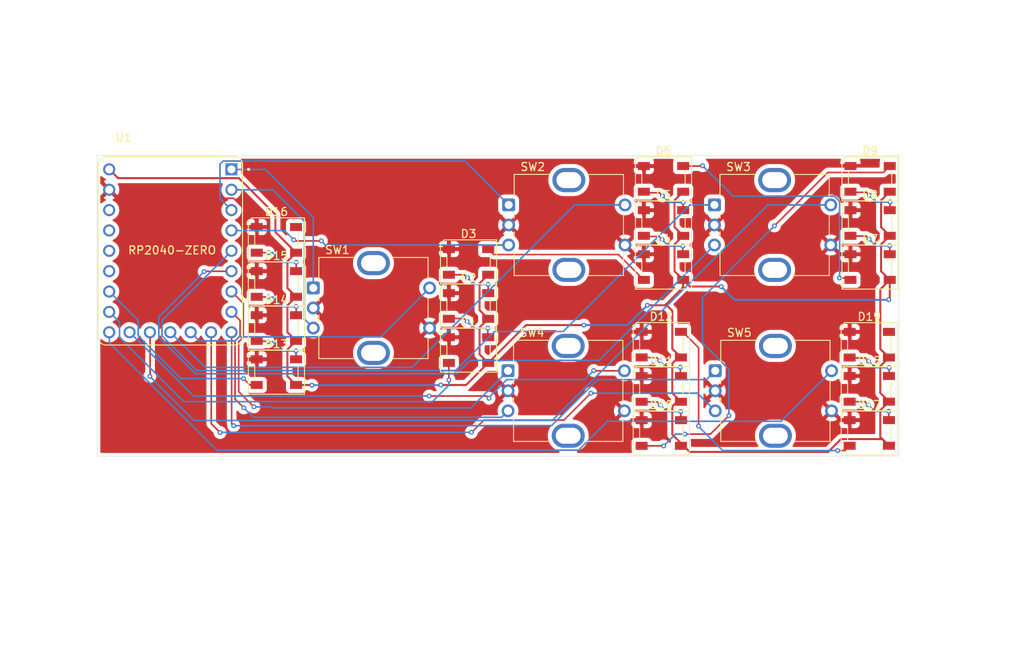
<source format=kicad_pcb>
(kicad_pcb (version 20241229) (generator "pcbnew") (generator_version "9.0")
  (layers (0 "F.Cu" signal) (2 "B.Cu" signal) (13 "F.Paste" user) (15 "B.Paste" user) (5 "F.SilkS" user "F.Silkscreen") (7 "B.SilkS" user "B.Silkscreen") (1 "F.Mask" user) (3 "B.Mask" user) (25 "Edge.Cuts" user))
  (net 0 "")
  (net 1 "Button 1")
  (net 2 "1B")
  (net 3 "GND")
  (net 4 "1A")
  (net 5 "2A")
  (net 6 "2B")
  (net 7 "Button 2")
  (net 8 "3A")
  (net 9 "3B")
  (net 10 "Button 3")
  (net 11 "Button 4")
  (net 12 "4A")
  (net 13 "4B")
  (net 18 "Net-(D1-DIN)")
  (net 19 "Net-(D1-DOUT)")
  (net 20 "+5V")
  (net 21 "Net-(D2-DOUT)")
  (net 22 "Net-(D3-DOUT)")
  (net 23 "Net-(D4-DOUT)")
  (net 24 "Net-(D5-DOUT)")
  (net 25 "Net-(D6-DOUT)")
  (net 26 "Net-(D8-DOUT)")
  (net 27 "Net-(D11-DOUT)")
  (net 28 "Net-(D7-DOUT)")
  (net 29 "Net-(D10-DIN)")
  (net 30 "Net-(D10-DOUT)")
  (net 31 "Net-(D13-DIN)")
  (net 32 "Net-(D13-DOUT)")
  (net 33 "Net-(D14-DOUT)")
  (net 34 "Net-(D15-DOUT)")
  (net 36 "Net-(D12-DOUT)")
  (net 37 "Net-(D17-DOUT)")
  (net 38 "Net-(D18-DOUT)")
  (net 40 "Button 5")
  (net 41 "5A")
  (net 42 "5B")
  (footprint "RP2040-ZERO:MODULE_RP2040-ZERO" (layer "F.Cu") (at 110.13 104.085)
    (property "Reference" "U1" (at -5.825 -14.135 0) (layer "F.SilkS"))
    (property "Value" "RP2040-ZERO" (at 0.22 -0.07 0) (layer "F.SilkS"))
    (pad "1" thru_hole rect (at 7.62 -10.16) (size 1.508 1.508) (drill 1) (layers "*.Cu" "*.Mask") (net 4 "1A"))
    (pad "2" thru_hole circle (at 7.62 -7.62) (size 1.508 1.508) (drill 1) (layers "*.Cu" "*.Mask") (net 2 "1B"))
    (pad "3" thru_hole circle (at 7.62 -5.08) (size 1.508 1.508) (drill 1) (layers "*.Cu" "*.Mask") (net 5 "2A"))
    (pad "4" thru_hole circle (at 7.62 -2.54) (size 1.508 1.508) (drill 1) (layers "*.Cu" "*.Mask") (net 6 "2B"))
    (pad "5" thru_hole circle (at 7.62 0) (size 1.508 1.508) (drill 1) (layers "*.Cu" "*.Mask") (net 8 "3A"))
    (pad "6" thru_hole circle (at 7.62 2.54) (size 1.508 1.508) (drill 1) (layers "*.Cu" "*.Mask") (net 9 "3B"))
    (pad "7" thru_hole circle (at 7.62 5.08) (size 1.508 1.508) (drill 1) (layers "*.Cu" "*.Mask") (net 12 "4A"))
    (pad "8" thru_hole circle (at 7.62 7.62) (size 1.508 1.508) (drill 1) (layers "*.Cu" "*.Mask") (net 13 "4B"))
    (pad "9" thru_hole circle (at 7.62 10.16) (size 1.508 1.508) (drill 1) (layers "*.Cu" "*.Mask") (net 41 "5A"))
    (pad "10" thru_hole circle (at 5.08 10.16) (size 1.508 1.508) (drill 1) (layers "*.Cu" "*.Mask") (net 42 "5B"))
    (pad "11" thru_hole circle (at 2.54 10.16) (size 1.508 1.508) (drill 1) (layers "*.Cu" "*.Mask") (net 1 "Button 1"))
    (pad "12" thru_hole circle (at 0 10.16) (size 1.508 1.508) (drill 1) (layers "*.Cu" "*.Mask") (net 7 "Button 2"))
    (pad "13" thru_hole circle (at -2.54 10.16) (size 1.508 1.508) (drill 1) (layers "*.Cu" "*.Mask") (net 10 "Button 3"))
    (pad "14" thru_hole circle (at -5.08 10.16) (size 1.508 1.508) (drill 1) (layers "*.Cu" "*.Mask") (net 11 "Button 4"))
    (pad "15" thru_hole circle (at -7.62 10.16) (size 1.508 1.508) (drill 1) (layers "*.Cu" "*.Mask") (net 40 "Button 5"))
    (pad "16" thru_hole circle (at -7.62 7.62) (size 1.508 1.508) (drill 1) (layers "*.Cu" "*.Mask") (net 18 "Net-(D1-DIN)"))
    (pad "17" thru_hole circle (at -7.62 5.08) (size 1.508 1.508) (drill 1) (layers "*.Cu" "*.Mask") (net 31 "Net-(D13-DIN)"))
    (pad "18" thru_hole circle (at -7.62 2.54) (size 1.508 1.508) (drill 1) (layers "*.Cu" "*.Mask"))
    (pad "19" thru_hole circle (at -7.62 0) (size 1.508 1.508) (drill 1) (layers "*.Cu" "*.Mask"))
    (pad "20" thru_hole circle (at -7.62 -2.54) (size 1.508 1.508) (drill 1) (layers "*.Cu" "*.Mask"))
    (pad "21" thru_hole circle (at -7.62 -5.08) (size 1.508 1.508) (drill 1) (layers "*.Cu" "*.Mask"))
    (pad "22" thru_hole circle (at -7.62 -7.62) (size 1.508 1.508) (drill 1) (layers "*.Cu" "*.Mask") (net 3 "GND"))
    (pad "23" thru_hole circle (at -7.62 -10.16) (size 1.508 1.508) (drill 1) (layers "*.Cu" "*.Mask") (net 20 "+5V"))
  )
  (footprint "LED_SMD:LED_SK6812_PLCC4_5.0x5.0mm_P3.2mm" (layer "F.Cu") (at 171.325 115.7875)
    (property "Reference" "D12" (at 0 -3.5 0) (layer "F.SilkS"))
    (property "Value" "SK6812")
    (pad "1" smd rect (at -2.45 -1.6 180) (size 1.5 1) (layers "F.Cu" "F.Mask" "F.Paste") (net 3 "GND"))
    (pad "2" smd rect (at -2.45 1.6 180) (size 1.5 1) (layers "F.Cu" "F.Mask" "F.Paste") (net 27 "Net-(D11-DOUT)"))
    (pad "3" smd rect (at 2.45 1.6 180) (size 1.5 1) (layers "F.Cu" "F.Mask" "F.Paste") (net 20 "+5V"))
    (pad "4" smd rect (at 2.45 -1.6 180) (size 1.5 1) (layers "F.Cu" "F.Mask" "F.Paste") (net 36 "Net-(D12-DOUT)"))
  )
  (footprint "Rotary_Encoder:RotaryEncoder_Bourns_Vertical_PEC12R-3x17F-Sxxxx" (layer "F.Cu") (at 127.95 108.71875)
    (property "Reference" "SW1" (at 3 -4.75 180) (layer "F.SilkS"))
    (property "Value" "RotaryEncoder_Switch")
    (pad "A" thru_hole roundrect (at 0 0) (size 1.6 1.6) (drill 1) (layers "*.Cu" "*.Mask") (roundrect_rratio 0.15625) (net 4 "1A"))
    (pad "B" thru_hole circle (at 0 5) (size 1.6 1.6) (drill 1) (layers "*.Cu" "*.Mask") (net 2 "1B"))
    (pad "C" thru_hole circle (at 0 2.5) (size 1.6 1.6) (drill 1) (layers "*.Cu" "*.Mask") (net 3 "GND"))
    (pad "S1" thru_hole circle (at 14.5 0) (size 1.6 1.6) (drill 1) (layers "*.Cu" "*.Mask") (net 1 "Button 1"))
    (pad "S2" thru_hole circle (at 14.5 5) (size 1.6 1.6) (drill 1) (layers "*.Cu" "*.Mask") (net 3 "GND"))
    (pad "SH" thru_hole oval (at 7.5 -3.1) (size 4.1 3) (drill oval 3.1 2) (layers "*.Cu" "*.Mask"))
    (pad "SH" thru_hole oval (at 7.5 8.1) (size 4.1 3) (drill oval 3.1 2) (layers "*.Cu" "*.Mask"))
  )
  (footprint "LED_SMD:LED_SK6812_PLCC4_5.0x5.0mm_P3.2mm" (layer "F.Cu") (at 197.25 115.8)
    (property "Reference" "D19" (at 0 -3.5 0) (layer "F.SilkS"))
    (property "Value" "SK6812")
    (pad "1" smd rect (at -2.45 -1.6 180) (size 1.5 1) (layers "F.Cu" "F.Mask" "F.Paste") (net 3 "GND"))
    (pad "2" smd rect (at -2.45 1.6 180) (size 1.5 1) (layers "F.Cu" "F.Mask" "F.Paste") (net 38 "Net-(D18-DOUT)"))
    (pad "3" smd rect (at 2.45 1.6 180) (size 1.5 1) (layers "F.Cu" "F.Mask" "F.Paste") (net 20 "+5V"))
    (pad "4" smd rect (at 2.45 -1.6 180) (size 1.5 1) (layers "F.Cu" "F.Mask" "F.Paste"))
  )
  (footprint "LED_SMD:LED_SK6812_PLCC4_5.0x5.0mm_P3.2mm" (layer "F.Cu") (at 171.325 121.3125)
    (property "Reference" "D11" (at 0 -3.5 0) (layer "F.SilkS"))
    (property "Value" "SK6812")
    (pad "1" smd rect (at -2.45 -1.6 180) (size 1.5 1) (layers "F.Cu" "F.Mask" "F.Paste") (net 3 "GND"))
    (pad "2" smd rect (at -2.45 1.6 180) (size 1.5 1) (layers "F.Cu" "F.Mask" "F.Paste") (net 30 "Net-(D10-DOUT)"))
    (pad "3" smd rect (at 2.45 1.6 180) (size 1.5 1) (layers "F.Cu" "F.Mask" "F.Paste") (net 20 "+5V"))
    (pad "4" smd rect (at 2.45 -1.6 180) (size 1.5 1) (layers "F.Cu" "F.Mask" "F.Paste") (net 27 "Net-(D11-DOUT)"))
  )
  (footprint "LED_SMD:LED_SK6812_PLCC4_5.0x5.0mm_P3.2mm" (layer "F.Cu") (at 123.35 108.21875)
    (property "Reference" "D15" (at 0 -3.5 0) (layer "F.SilkS"))
    (property "Value" "SK6812")
    (pad "1" smd rect (at -2.45 -1.6 180) (size 1.5 1) (layers "F.Cu" "F.Mask" "F.Paste") (net 3 "GND"))
    (pad "2" smd rect (at -2.45 1.6 180) (size 1.5 1) (layers "F.Cu" "F.Mask" "F.Paste") (net 33 "Net-(D14-DOUT)"))
    (pad "3" smd rect (at 2.45 1.6 180) (size 1.5 1) (layers "F.Cu" "F.Mask" "F.Paste") (net 20 "+5V"))
    (pad "4" smd rect (at 2.45 -1.6 180) (size 1.5 1) (layers "F.Cu" "F.Mask" "F.Paste") (net 34 "Net-(D15-DOUT)"))
  )
  (footprint "LED_SMD:LED_SK6812_PLCC4_5.0x5.0mm_P3.2mm" (layer "F.Cu") (at 171.6 106.1125)
    (property "Reference" "D4" (at 0 -3.5 0) (layer "F.SilkS"))
    (property "Value" "SK6812")
    (pad "1" smd rect (at -2.45 -1.6 180) (size 1.5 1) (layers "F.Cu" "F.Mask" "F.Paste") (net 3 "GND"))
    (pad "2" smd rect (at -2.45 1.6 180) (size 1.5 1) (layers "F.Cu" "F.Mask" "F.Paste") (net 22 "Net-(D3-DOUT)"))
    (pad "3" smd rect (at 2.45 1.6 180) (size 1.5 1) (layers "F.Cu" "F.Mask" "F.Paste") (net 20 "+5V"))
    (pad "4" smd rect (at 2.45 -1.6 180) (size 1.5 1) (layers "F.Cu" "F.Mask" "F.Paste") (net 23 "Net-(D4-DOUT)"))
  )
  (footprint "LED_SMD:LED_SK6812_PLCC4_5.0x5.0mm_P3.2mm" (layer "F.Cu") (at 147.3 110.9625)
    (property "Reference" "D2" (at 0 -3.5 0) (layer "F.SilkS"))
    (property "Value" "SK6812")
    (pad "1" smd rect (at -2.45 -1.6 180) (size 1.5 1) (layers "F.Cu" "F.Mask" "F.Paste") (net 3 "GND"))
    (pad "2" smd rect (at -2.45 1.6 180) (size 1.5 1) (layers "F.Cu" "F.Mask" "F.Paste") (net 19 "Net-(D1-DOUT)"))
    (pad "3" smd rect (at 2.45 1.6 180) (size 1.5 1) (layers "F.Cu" "F.Mask" "F.Paste") (net 20 "+5V"))
    (pad "4" smd rect (at 2.45 -1.6 180) (size 1.5 1) (layers "F.Cu" "F.Mask" "F.Paste") (net 21 "Net-(D2-DOUT)"))
  )
  (footprint "LED_SMD:LED_SK6812_PLCC4_5.0x5.0mm_P3.2mm" (layer "F.Cu") (at 197.35 100.6125)
    (property "Reference" "D8" (at 0 -3.5 0) (layer "F.SilkS"))
    (property "Value" "SK6812")
    (pad "1" smd rect (at -2.45 -1.6 180) (size 1.5 1) (layers "F.Cu" "F.Mask" "F.Paste") (net 3 "GND"))
    (pad "2" smd rect (at -2.45 1.6 180) (size 1.5 1) (layers "F.Cu" "F.Mask" "F.Paste") (net 28 "Net-(D7-DOUT)"))
    (pad "3" smd rect (at 2.45 1.6 180) (size 1.5 1) (layers "F.Cu" "F.Mask" "F.Paste") (net 20 "+5V"))
    (pad "4" smd rect (at 2.45 -1.6 180) (size 1.5 1) (layers "F.Cu" "F.Mask" "F.Paste") (net 26 "Net-(D8-DOUT)"))
  )
  (footprint "LED_SMD:LED_SK6812_PLCC4_5.0x5.0mm_P3.2mm" (layer "F.Cu") (at 123.35 102.71875)
    (property "Reference" "D16" (at 0 -3.5 0) (layer "F.SilkS"))
    (property "Value" "SK6812")
    (pad "1" smd rect (at -2.45 -1.6 180) (size 1.5 1) (layers "F.Cu" "F.Mask" "F.Paste") (net 3 "GND"))
    (pad "2" smd rect (at -2.45 1.6 180) (size 1.5 1) (layers "F.Cu" "F.Mask" "F.Paste") (net 34 "Net-(D15-DOUT)"))
    (pad "3" smd rect (at 2.45 1.6 180) (size 1.5 1) (layers "F.Cu" "F.Mask" "F.Paste") (net 20 "+5V"))
    (pad "4" smd rect (at 2.45 -1.6 180) (size 1.5 1) (layers "F.Cu" "F.Mask" "F.Paste"))
  )
  (footprint "Rotary_Encoder:RotaryEncoder_Bourns_Vertical_PEC12R-3x17F-Sxxxx" (layer "F.Cu") (at 178.05 119.05)
    (property "Reference" "SW5" (at 3 -4.75 180) (layer "F.SilkS"))
    (property "Value" "RotaryEncoder_Switch")
    (pad "A" thru_hole roundrect (at 0 0) (size 1.6 1.6) (drill 1) (layers "*.Cu" "*.Mask") (roundrect_rratio 0.15625) (net 41 "5A"))
    (pad "B" thru_hole circle (at 0 5) (size 1.6 1.6) (drill 1) (layers "*.Cu" "*.Mask") (net 42 "5B"))
    (pad "C" thru_hole circle (at 0 2.5) (size 1.6 1.6) (drill 1) (layers "*.Cu" "*.Mask") (net 3 "GND"))
    (pad "S1" thru_hole circle (at 14.5 0) (size 1.6 1.6) (drill 1) (layers "*.Cu" "*.Mask") (net 40 "Button 5"))
    (pad "S2" thru_hole circle (at 14.5 5) (size 1.6 1.6) (drill 1) (layers "*.Cu" "*.Mask") (net 3 "GND"))
    (pad "SH" thru_hole oval (at 7.5 -3.1) (size 4.1 3) (drill oval 3.1 2) (layers "*.Cu" "*.Mask"))
    (pad "SH" thru_hole oval (at 7.5 8.1) (size 4.1 3) (drill oval 3.1 2) (layers "*.Cu" "*.Mask"))
  )
  (footprint "LED_SMD:LED_SK6812_PLCC4_5.0x5.0mm_P3.2mm" (layer "F.Cu") (at 123.35 119.21875)
    (property "Reference" "D13" (at 0 -3.5 0) (layer "F.SilkS"))
    (property "Value" "SK6812")
    (pad "1" smd rect (at -2.45 -1.6 180) (size 1.5 1) (layers "F.Cu" "F.Mask" "F.Paste") (net 3 "GND"))
    (pad "2" smd rect (at -2.45 1.6 180) (size 1.5 1) (layers "F.Cu" "F.Mask" "F.Paste") (net 31 "Net-(D13-DIN)"))
    (pad "3" smd rect (at 2.45 1.6 180) (size 1.5 1) (layers "F.Cu" "F.Mask" "F.Paste") (net 20 "+5V"))
    (pad "4" smd rect (at 2.45 -1.6 180) (size 1.5 1) (layers "F.Cu" "F.Mask" "F.Paste") (net 32 "Net-(D13-DOUT)"))
  )
  (footprint "Rotary_Encoder:RotaryEncoder_Bourns_Vertical_PEC12R-3x17F-Sxxxx" (layer "F.Cu") (at 177.95 98.3625)
    (property "Reference" "SW3" (at 3 -4.75 180) (layer "F.SilkS"))
    (property "Value" "RotaryEncoder_Switch")
    (pad "A" thru_hole roundrect (at 0 0) (size 1.6 1.6) (drill 1) (layers "*.Cu" "*.Mask") (roundrect_rratio 0.15625) (net 8 "3A"))
    (pad "B" thru_hole circle (at 0 5) (size 1.6 1.6) (drill 1) (layers "*.Cu" "*.Mask") (net 9 "3B"))
    (pad "C" thru_hole circle (at 0 2.5) (size 1.6 1.6) (drill 1) (layers "*.Cu" "*.Mask") (net 3 "GND"))
    (pad "S1" thru_hole circle (at 14.5 0) (size 1.6 1.6) (drill 1) (layers "*.Cu" "*.Mask") (net 10 "Button 3"))
    (pad "S2" thru_hole circle (at 14.5 5) (size 1.6 1.6) (drill 1) (layers "*.Cu" "*.Mask") (net 3 "GND"))
    (pad "SH" thru_hole oval (at 7.5 -3.1) (size 4.1 3) (drill oval 3.1 2) (layers "*.Cu" "*.Mask"))
    (pad "SH" thru_hole oval (at 7.5 8.1) (size 4.1 3) (drill oval 3.1 2) (layers "*.Cu" "*.Mask"))
  )
  (footprint "Rotary_Encoder:RotaryEncoder_Bourns_Vertical_PEC12R-3x17F-Sxxxx" (layer "F.Cu") (at 152.225 119.05)
    (property "Reference" "SW4" (at 3 -4.75 180) (layer "F.SilkS"))
    (property "Value" "RotaryEncoder_Switch")
    (pad "A" thru_hole roundrect (at 0 0) (size 1.6 1.6) (drill 1) (layers "*.Cu" "*.Mask") (roundrect_rratio 0.15625) (net 12 "4A"))
    (pad "B" thru_hole circle (at 0 5) (size 1.6 1.6) (drill 1) (layers "*.Cu" "*.Mask") (net 13 "4B"))
    (pad "C" thru_hole circle (at 0 2.5) (size 1.6 1.6) (drill 1) (layers "*.Cu" "*.Mask") (net 3 "GND"))
    (pad "S1" thru_hole circle (at 14.5 0) (size 1.6 1.6) (drill 1) (layers "*.Cu" "*.Mask") (net 11 "Button 4"))
    (pad "S2" thru_hole circle (at 14.5 5) (size 1.6 1.6) (drill 1) (layers "*.Cu" "*.Mask") (net 3 "GND"))
    (pad "SH" thru_hole oval (at 7.5 -3.1) (size 4.1 3) (drill oval 3.1 2) (layers "*.Cu" "*.Mask"))
    (pad "SH" thru_hole oval (at 7.5 8.1) (size 4.1 3) (drill oval 3.1 2) (layers "*.Cu" "*.Mask"))
  )
  (footprint "LED_SMD:LED_SK6812_PLCC4_5.0x5.0mm_P3.2mm" (layer "F.Cu") (at 197.25 121.3)
    (property "Reference" "D18" (at 0 -3.5 0) (layer "F.SilkS"))
    (property "Value" "SK6812")
    (pad "1" smd rect (at -2.45 -1.6 180) (size 1.5 1) (layers "F.Cu" "F.Mask" "F.Paste") (net 3 "GND"))
    (pad "2" smd rect (at -2.45 1.6 180) (size 1.5 1) (layers "F.Cu" "F.Mask" "F.Paste") (net 37 "Net-(D17-DOUT)"))
    (pad "3" smd rect (at 2.45 1.6 180) (size 1.5 1) (layers "F.Cu" "F.Mask" "F.Paste") (net 20 "+5V"))
    (pad "4" smd rect (at 2.45 -1.6 180) (size 1.5 1) (layers "F.Cu" "F.Mask" "F.Paste") (net 38 "Net-(D18-DOUT)"))
  )
  (footprint "LED_SMD:LED_SK6812_PLCC4_5.0x5.0mm_P3.2mm" (layer "F.Cu") (at 197.35 106.1125)
    (property "Reference" "D7" (at 0 -3.5 0) (layer "F.SilkS"))
    (property "Value" "SK6812")
    (pad "1" smd rect (at -2.45 -1.6 180) (size 1.5 1) (layers "F.Cu" "F.Mask" "F.Paste") (net 3 "GND"))
    (pad "2" smd rect (at -2.45 1.6 180) (size 1.5 1) (layers "F.Cu" "F.Mask" "F.Paste") (net 25 "Net-(D6-DOUT)"))
    (pad "3" smd rect (at 2.45 1.6 180) (size 1.5 1) (layers "F.Cu" "F.Mask" "F.Paste") (net 20 "+5V"))
    (pad "4" smd rect (at 2.45 -1.6 180) (size 1.5 1) (layers "F.Cu" "F.Mask" "F.Paste") (net 28 "Net-(D7-DOUT)"))
  )
  (footprint "LED_SMD:LED_SK6812_PLCC4_5.0x5.0mm_P3.2mm" (layer "F.Cu") (at 171.6 95.1125)
    (property "Reference" "D6" (at 0 -3.5 0) (layer "F.SilkS"))
    (property "Value" "SK6812")
    (pad "1" smd rect (at -2.45 -1.6 180) (size 1.5 1) (layers "F.Cu" "F.Mask" "F.Paste") (net 3 "GND"))
    (pad "2" smd rect (at -2.45 1.6 180) (size 1.5 1) (layers "F.Cu" "F.Mask" "F.Paste") (net 24 "Net-(D5-DOUT)"))
    (pad "3" smd rect (at 2.45 1.6 180) (size 1.5 1) (layers "F.Cu" "F.Mask" "F.Paste") (net 20 "+5V"))
    (pad "4" smd rect (at 2.45 -1.6 180) (size 1.5 1) (layers "F.Cu" "F.Mask" "F.Paste") (net 25 "Net-(D6-DOUT)"))
  )
  (footprint "Rotary_Encoder:RotaryEncoder_Bourns_Vertical_PEC12R-3x17F-Sxxxx" (layer "F.Cu") (at 152.3 98.3625)
    (property "Reference" "SW2" (at 3 -4.75 180) (layer "F.SilkS"))
    (property "Value" "RotaryEncoder_Switch")
    (pad "A" thru_hole roundrect (at 0 0) (size 1.6 1.6) (drill 1) (layers "*.Cu" "*.Mask") (roundrect_rratio 0.15625) (net 5 "2A"))
    (pad "B" thru_hole circle (at 0 5) (size 1.6 1.6) (drill 1) (layers "*.Cu" "*.Mask") (net 6 "2B"))
    (pad "C" thru_hole circle (at 0 2.5) (size 1.6 1.6) (drill 1) (layers "*.Cu" "*.Mask") (net 3 "GND"))
    (pad "S1" thru_hole circle (at 14.5 0) (size 1.6 1.6) (drill 1) (layers "*.Cu" "*.Mask") (net 7 "Button 2"))
    (pad "S2" thru_hole circle (at 14.5 5) (size 1.6 1.6) (drill 1) (layers "*.Cu" "*.Mask") (net 3 "GND"))
    (pad "SH" thru_hole oval (at 7.5 -3.1) (size 4.1 3) (drill oval 3.1 2) (layers "*.Cu" "*.Mask"))
    (pad "SH" thru_hole oval (at 7.5 8.1) (size 4.1 3) (drill oval 3.1 2) (layers "*.Cu" "*.Mask"))
  )
  (footprint "LED_SMD:LED_SK6812_PLCC4_5.0x5.0mm_P3.2mm" (layer "F.Cu") (at 123.35 113.71875)
    (property "Reference" "D14" (at 0 -3.5 0) (layer "F.SilkS"))
    (property "Value" "SK6812")
    (pad "1" smd rect (at -2.45 -1.6 180) (size 1.5 1) (layers "F.Cu" "F.Mask" "F.Paste") (net 3 "GND"))
    (pad "2" smd rect (at -2.45 1.6 180) (size 1.5 1) (layers "F.Cu" "F.Mask" "F.Paste") (net 32 "Net-(D13-DOUT)"))
    (pad "3" smd rect (at 2.45 1.6 180) (size 1.5 1) (layers "F.Cu" "F.Mask" "F.Paste") (net 20 "+5V"))
    (pad "4" smd rect (at 2.45 -1.6 180) (size 1.5 1) (layers "F.Cu" "F.Mask" "F.Paste") (net 33 "Net-(D14-DOUT)"))
  )
  (footprint "LED_SMD:LED_SK6812_PLCC4_5.0x5.0mm_P3.2mm" (layer "F.Cu") (at 171.325 126.8125)
    (property "Reference" "D10" (at 0 -3.5 0) (layer "F.SilkS"))
    (property "Value" "SK6812")
    (pad "1" smd rect (at -2.45 -1.6 180) (size 1.5 1) (layers "F.Cu" "F.Mask" "F.Paste") (net 3 "GND"))
    (pad "2" smd rect (at -2.45 1.6 180) (size 1.5 1) (layers "F.Cu" "F.Mask" "F.Paste") (net 29 "Net-(D10-DIN)"))
    (pad "3" smd rect (at 2.45 1.6 180) (size 1.5 1) (layers "F.Cu" "F.Mask" "F.Paste") (net 20 "+5V"))
    (pad "4" smd rect (at 2.45 -1.6 180) (size 1.5 1) (layers "F.Cu" "F.Mask" "F.Paste") (net 30 "Net-(D10-DOUT)"))
  )
  (footprint "LED_SMD:LED_SK6812_PLCC4_5.0x5.0mm_P3.2mm" (layer "F.Cu") (at 197.35 95.1125)
    (property "Reference" "D9" (at 0 -3.5 0) (layer "F.SilkS"))
    (property "Value" "SK6812")
    (pad "1" smd rect (at -2.45 -1.6 180) (size 1.5 1) (layers "F.Cu" "F.Mask" "F.Paste") (net 3 "GND"))
    (pad "2" smd rect (at -2.45 1.6 180) (size 1.5 1) (layers "F.Cu" "F.Mask" "F.Paste") (net 26 "Net-(D8-DOUT)"))
    (pad "3" smd rect (at 2.45 1.6 180) (size 1.5 1) (layers "F.Cu" "F.Mask" "F.Paste") (net 20 "+5V"))
    (pad "4" smd rect (at 2.45 -1.6 180) (size 1.5 1) (layers "F.Cu" "F.Mask" "F.Paste") (net 29 "Net-(D10-DIN)"))
  )
  (footprint "LED_SMD:LED_SK6812_PLCC4_5.0x5.0mm_P3.2mm" (layer "F.Cu") (at 171.6 100.6125)
    (property "Reference" "D5" (at 0 -3.5 0) (layer "F.SilkS"))
    (property "Value" "SK6812")
    (pad "1" smd rect (at -2.45 -1.6 180) (size 1.5 1) (layers "F.Cu" "F.Mask" "F.Paste") (net 3 "GND"))
    (pad "2" smd rect (at -2.45 1.6 180) (size 1.5 1) (layers "F.Cu" "F.Mask" "F.Paste") (net 23 "Net-(D4-DOUT)"))
    (pad "3" smd rect (at 2.45 1.6 180) (size 1.5 1) (layers "F.Cu" "F.Mask" "F.Paste") (net 20 "+5V"))
    (pad "4" smd rect (at 2.45 -1.6 180) (size 1.5 1) (layers "F.Cu" "F.Mask" "F.Paste") (net 24 "Net-(D5-DOUT)"))
  )
  (footprint "LED_SMD:LED_SK6812_PLCC4_5.0x5.0mm_P3.2mm" (layer "F.Cu") (at 147.3 116.46875)
    (property "Reference" "D1" (at 0 -3.5 0) (layer "F.SilkS"))
    (property "Value" "SK6812")
    (pad "1" smd rect (at -2.45 -1.6 180) (size 1.5 1) (layers "F.Cu" "F.Mask" "F.Paste") (net 3 "GND"))
    (pad "2" smd rect (at -2.45 1.6 180) (size 1.5 1) (layers "F.Cu" "F.Mask" "F.Paste") (net 18 "Net-(D1-DIN)"))
    (pad "3" smd rect (at 2.45 1.6 180) (size 1.5 1) (layers "F.Cu" "F.Mask" "F.Paste") (net 20 "+5V"))
    (pad "4" smd rect (at 2.45 -1.6 180) (size 1.5 1) (layers "F.Cu" "F.Mask" "F.Paste") (net 19 "Net-(D1-DOUT)"))
  )
  (footprint "LED_SMD:LED_SK6812_PLCC4_5.0x5.0mm_P3.2mm" (layer "F.Cu") (at 147.3 105.46875)
    (property "Reference" "D3" (at 0 -3.5 0) (layer "F.SilkS"))
    (property "Value" "SK6812")
    (pad "1" smd rect (at -2.45 -1.6 180) (size 1.5 1) (layers "F.Cu" "F.Mask" "F.Paste") (net 3 "GND"))
    (pad "2" smd rect (at -2.45 1.6 180) (size 1.5 1) (layers "F.Cu" "F.Mask" "F.Paste") (net 21 "Net-(D2-DOUT)"))
    (pad "3" smd rect (at 2.45 1.6 180) (size 1.5 1) (layers "F.Cu" "F.Mask" "F.Paste") (net 20 "+5V"))
    (pad "4" smd rect (at 2.45 -1.6 180) (size 1.5 1) (layers "F.Cu" "F.Mask" "F.Paste") (net 22 "Net-(D3-DOUT)"))
  )
  (footprint "LED_SMD:LED_SK6812_PLCC4_5.0x5.0mm_P3.2mm" (layer "F.Cu") (at 197.25 126.8)
    (property "Reference" "D17" (at 0 -3.5 0) (layer "F.SilkS"))
    (property "Value" "SK6812")
    (pad "1" smd rect (at -2.45 -1.6 180) (size 1.5 1) (layers "F.Cu" "F.Mask" "F.Paste") (net 3 "GND"))
    (pad "2" smd rect (at -2.45 1.6 180) (size 1.5 1) (layers "F.Cu" "F.Mask" "F.Paste") (net 36 "Net-(D12-DOUT)"))
    (pad "3" smd rect (at 2.45 1.6 180) (size 1.5 1) (layers "F.Cu" "F.Mask" "F.Paste") (net 20 "+5V"))
    (pad "4" smd rect (at 2.45 -1.6 180) (size 1.5 1) (layers "F.Cu" "F.Mask" "F.Paste") (net 37 "Net-(D17-DOUT)"))
  )
  (gr_rect (start 101 92.2) (end 200.95 129.7) (stroke (width 0.05)) (fill no) (layer "Edge.Cuts"))
  (segment (start 142.45 108.71875) (end 136.349 114.81975) (width 0.2) (layer "B.Cu") (net 1))
  (segment (start 118.702246 114.81975) (end 118.206996 115.315) (width 0.2) (layer "B.Cu") (net 1))
  (segment (start 113.745 115.315) (end 112.69 114.26) (width 0.2) (layer "B.Cu") (net 1))
  (segment (start 118.206996 115.315) (end 113.745 115.315) (width 0.2) (layer "B.Cu") (net 1))
  (segment (start 136.349 114.81975) (end 118.702246 114.81975) (width 0.2) (layer "B.Cu") (net 1))
  (segment (start 122.905 96.48) (end 117.77 96.48) (width 0.2) (layer "B.Cu") (net 2))
  (segment (start 126.849 112.61775) (end 126.849 100.424) (width 0.2) (layer "B.Cu") (net 2))
  (segment (start 126.849 100.424) (end 122.905 96.48) (width 0.2) (layer "B.Cu") (net 2))
  (segment (start 127.95 113.71875) (end 126.849 112.61775) (width 0.2) (layer "B.Cu") (net 2))
  (segment (start 120.9 100.41875) (end 120.9 101.11875) (width 0.2) (layer "F.Cu") (net 3))
  (segment (start 103.585 97.535) (end 118.01625 97.535) (width 0.2) (layer "F.Cu") (net 3))
  (segment (start 102.53 96.48) (end 103.585 97.535) (width 0.2) (layer "F.Cu") (net 3))
  (segment (start 118.01625 97.535) (end 120.9 100.41875) (width 0.2) (layer "F.Cu") (net 3))
  (segment (start 127.95 99.9) (end 121.99 93.94) (width 0.2) (layer "B.Cu") (net 4))
  (segment (start 127.95 108.71875) (end 127.95 99.9) (width 0.2) (layer "B.Cu") (net 4))
  (segment (start 121.99 93.94) (end 117.77 93.94) (width 0.2) (layer "B.Cu") (net 4))
  (segment (start 116.325 97.575) (end 117.77 99.02) (width 0.2) (layer "B.Cu") (net 5))
  (segment (start 116.715 92.885) (end 116.325 93.275) (width 0.2) (layer "B.Cu") (net 5))
  (segment (start 146.8225 92.885) (end 116.715 92.885) (width 0.2) (layer "B.Cu") (net 5))
  (segment (start 152.3 98.3625) (end 146.8225 92.885) (width 0.2) (layer "B.Cu") (net 5))
  (segment (start 116.325 93.275) (end 116.325 97.575) (width 0.2) (layer "B.Cu") (net 5))
  (segment (start 125.65 102.85) (end 125.525 102.725) (width 0.2) (layer "F.Cu") (net 6))
  (segment (start 128.95 102.85) (end 125.65 102.85) (width 0.2) (layer "F.Cu") (net 6))
  (via (at 125.525 102.725) (size 0.6) (drill 0.3) (layers "F.Cu" "B.Cu") (net 6))
  (via (at 128.95 102.85) (size 0.6) (drill 0.3) (layers "F.Cu" "B.Cu") (net 6))
  (segment (start 152.3 103.3625) (end 129.4625 103.3625) (width 0.2) (layer "B.Cu") (net 6))
  (segment (start 124.36 101.56) (end 117.77 101.56) (width 0.2) (layer "B.Cu") (net 6))
  (segment (start 129.4625 103.3625) (end 128.95 102.85) (width 0.2) (layer "B.Cu") (net 6))
  (segment (start 125.525 102.725) (end 124.36 101.56) (width 0.2) (layer "B.Cu") (net 6))
  (segment (start 166.8 98.3625) (end 160.518693 98.3625) (width 0.2) (layer "B.Cu") (net 7))
  (segment (start 160.518693 98.3625) (end 140.261443 118.61975) (width 0.2) (layer "B.Cu") (net 7))
  (segment (start 140.261443 118.61975) (end 114.50975 118.61975) (width 0.2) (layer "B.Cu") (net 7))
  (segment (start 114.50975 118.61975) (end 110.15 114.26) (width 0.2) (layer "B.Cu") (net 7))
  (segment (start 145.670943 119.02075) (end 113.418754 119.02075) (width 0.2) (layer "B.Cu") (net 8))
  (segment (start 177.95 98.3625) (end 174.887557 98.3625) (width 0.2) (layer "B.Cu") (net 8))
  (segment (start 113.418754 119.02075) (end 109.095 114.696996) (width 0.2) (layer "B.Cu") (net 8))
  (segment (start 150.542693 114.149) (end 145.670943 119.02075) (width 0.2) (layer "B.Cu") (net 8))
  (segment (start 109.095 112.775) (end 117.77 104.1) (width 0.2) (layer "B.Cu") (net 8))
  (segment (start 159.101057 114.149) (end 150.542693 114.149) (width 0.2) (layer "B.Cu") (net 8))
  (segment (start 109.095 114.696996) (end 109.095 112.775) (width 0.2) (layer "B.Cu") (net 8))
  (segment (start 174.887557 98.3625) (end 159.101057 114.149) (width 0.2) (layer "B.Cu") (net 8))
  (segment (start 114.38147 106.64) (end 117.77 106.64) (width 0.2) (layer "F.Cu") (net 9))
  (segment (start 114.348235 106.673235) (end 114.38147 106.64) (width 0.2) (layer "F.Cu") (net 9))
  (via (at 114.348235 106.673235) (size 0.6) (drill 0.3) (layers "F.Cu" "B.Cu") (net 9))
  (segment (start 147.507793 117.751) (end 145.837043 119.42175) (width 0.2) (layer "B.Cu") (net 9))
  (segment (start 108.694 112.32747) (end 114.348235 106.673235) (width 0.2) (layer "B.Cu") (net 9))
  (segment (start 163.5615 117.751) (end 147.507793 117.751) (width 0.2) (layer "B.Cu") (net 9))
  (segment (start 145.837043 119.42175) (end 113.252654 119.42175) (width 0.2) (layer "B.Cu") (net 9))
  (segment (start 177.95 103.3625) (end 163.5615 117.751) (width 0.2) (layer "B.Cu") (net 9))
  (segment (start 108.694 114.863096) (end 108.694 112.32747) (width 0.2) (layer "B.Cu") (net 9))
  (segment (start 113.252654 119.42175) (end 108.694 114.863096) (width 0.2) (layer "B.Cu") (net 9))
  (segment (start 107.61 119.715) (end 107.61 114.26) (width 0.2) (layer "F.Cu") (net 10))
  (segment (start 107.575 119.75) (end 107.61 119.715) (width 0.2) (layer "F.Cu") (net 10))
  (via (at 107.575 119.75) (size 0.6) (drill 0.3) (layers "F.Cu" "B.Cu") (net 10))
  (segment (start 113.075999 125.250999) (end 107.575 119.75) (width 0.2) (layer "B.Cu") (net 10))
  (segment (start 192.45 98.3625) (end 184.6125 98.3625) (width 0.2) (layer "B.Cu") (net 10))
  (segment (start 157.724001 125.250999) (end 113.075999 125.250999) (width 0.2) (layer "B.Cu") (net 10))
  (segment (start 184.6125 98.3625) (end 157.724001 125.250999) (width 0.2) (layer "B.Cu") (net 10))
  (segment (start 149.575 122.2) (end 149.85 122.475) (width 0.2) (layer "F.Cu") (net 11))
  (segment (start 142.4 122.2) (end 149.575 122.2) (width 0.2) (layer "F.Cu") (net 11))
  (segment (start 162.925 119.05) (end 166.725 119.05) (width 0.2) (layer "F.Cu") (net 11))
  (segment (start 162.9 119.025) (end 162.925 119.05) (width 0.2) (layer "F.Cu") (net 11))
  (via (at 142.4 122.2) (size 0.6) (drill 0.3) (layers "F.Cu" "B.Cu") (net 11))
  (via (at 162.9 119.025) (size 0.6) (drill 0.3) (layers "F.Cu" "B.Cu") (net 11))
  (via (at 149.85 122.475) (size 0.6) (drill 0.3) (layers "F.Cu" "B.Cu") (net 11))
  (segment (start 149.85 122.475) (end 149.85 122.36795) (width 0.2) (layer "B.Cu") (net 11))
  (segment (start 113.01 122.2) (end 142.4 122.2) (width 0.2) (layer "B.Cu") (net 11))
  (segment (start 105.07 114.26) (end 113.01 122.2) (width 0.2) (layer "B.Cu") (net 11))
  (segment (start 161.774 120.151) (end 162.9 119.025) (width 0.2) (layer "B.Cu") (net 11))
  (segment (start 152.06695 120.151) (end 161.774 120.151) (width 0.2) (layer "B.Cu") (net 11))
  (segment (start 149.85 122.36795) (end 152.06695 120.151) (width 0.2) (layer "B.Cu") (net 11))
  (segment (start 119.226 110.636) (end 117.77 109.18) (width 0.2) (layer "F.Cu") (net 12))
  (segment (start 119.226 114.863096) (end 119.226 110.636) (width 0.2) (layer "F.Cu") (net 12))
  (segment (start 118.649 121.649) (end 118.649 115.440096) (width 0.2) (layer "F.Cu") (net 12))
  (segment (start 120.55 123.55) (end 118.649 121.649) (width 0.2) (layer "F.Cu") (net 12))
  (segment (start 118.649 115.440096) (end 119.226 114.863096) (width 0.2) (layer "F.Cu") (net 12))
  (via (at 120.55 123.55) (size 0.6) (drill 0.3) (layers "F.Cu" "B.Cu") (net 12))
  (segment (start 147.6 123.675) (end 122.775 123.675) (width 0.2) (layer "B.Cu") (net 12))
  (segment (start 122.65 123.55) (end 120.55 123.55) (width 0.2) (layer "B.Cu") (net 12))
  (segment (start 122.775 123.675) (end 122.65 123.55) (width 0.2) (layer "B.Cu") (net 12))
  (segment (start 152.225 119.05) (end 147.6 123.675) (width 0.2) (layer "B.Cu") (net 12))
  (segment (start 119.3 123.675) (end 118.2 122.575) (width 0.2) (layer "F.Cu") (net 13))
  (segment (start 118.825 112.775) (end 117.77 111.72) (width 0.2) (layer "F.Cu") (net 13))
  (segment (start 118.2 115.321996) (end 118.825 114.696996) (width 0.2) (layer "F.Cu") (net 13))
  (segment (start 118.2 122.575) (end 118.2 115.321996) (width 0.2) (layer "F.Cu") (net 13))
  (segment (start 118.825 114.696996) (end 118.825 112.775) (width 0.2) (layer "F.Cu") (net 13))
  (via (at 119.3 123.675) (size 0.6) (drill 0.3) (layers "F.Cu" "B.Cu") (net 13))
  (segment (start 152.225 124.05) (end 151.425001 124.849999) (width 0.2) (layer "B.Cu") (net 13))
  (segment (start 151.425001 124.849999) (end 120.474999 124.849999) (width 0.2) (layer "B.Cu") (net 13))
  (segment (start 120.474999 124.849999) (end 119.3 123.675) (width 0.2) (layer "B.Cu") (net 13))
  (segment (start 144.85 118.06875) (end 144.85 120.19375) (width 0.2) (layer "F.Cu") (net 18))
  (via (at 144.85 120.19375) (size 0.6) (drill 0.3) (layers "F.Cu" "B.Cu") (net 18))
  (segment (start 144.85 120.19375) (end 144.85 120.85) (width 0.2) (layer "B.Cu") (net 18))
  (segment (start 142.8 122.9) (end 111.825 122.9) (width 0.2) (layer "B.Cu") (net 18))
  (segment (start 144.85 120.85) (end 142.8 122.9) (width 0.2) (layer "B.Cu") (net 18))
  (segment (start 111.825 122.9) (end 103.8 114.875) (width 0.2) (layer "B.Cu") (net 18))
  (segment (start 103.8 114.875) (end 103.8 112.99) (width 0.2) (layer "B.Cu") (net 18))
  (segment (start 103.8 112.99) (end 102.53 111.72) (width 0.2) (layer "B.Cu") (net 18))
  (segment (start 149.7 113.73125) (end 149.7 114.8) (width 0.2) (layer "F.Cu") (net 19))
  (segment (start 144.775 112.525) (end 146.74375 112.525) (width 0.2) (layer "F.Cu") (net 19))
  (segment (start 146.74375 112.525) (end 147.125 112.90625) (width 0.2) (layer "F.Cu") (net 19))
  (via (at 149.7 113.73125) (size 0.6) (drill 0.3) (layers "F.Cu" "B.Cu") (net 19))
  (via (at 147.125 112.90625) (size 0.6) (drill 0.3) (layers "F.Cu" "B.Cu") (net 19))
  (segment (start 147.95 113.73125) (end 149.7 113.73125) (width 0.2) (layer "B.Cu") (net 19))
  (segment (start 147.125 112.90625) (end 147.95 113.73125) (width 0.2) (layer "B.Cu") (net 19))
  (segment (start 143.85 120.825) (end 146.99375 120.825) (width 0.25) (layer "F.Cu") (net 20))
  (segment (start 118.67 95.02) (end 103.61 95.02) (width 0.25) (layer "F.Cu") (net 20))
  (segment (start 124.724 110.89475) (end 124.724 114.24275) (width 0.25) (layer "F.Cu") (net 20))
  (segment (start 174.874 129.174) (end 172.699 126.999) (width 0.25) (layer "F.Cu") (net 20))
  (segment (start 171.793015 110.881985) (end 171.9 110.775) (width 0.25) (layer "F.Cu") (net 20))
  (segment (start 198.724 106.6365) (end 199.8 107.7125) (width 0.25) (layer "F.Cu") (net 20))
  (segment (start 171.9 110.775) (end 172.7 111.575) (width 0.25) (layer "F.Cu") (net 20))
  (segment (start 148.674 113.6385) (end 148.674 116.99275) (width 0.25) (layer "F.Cu") (net 20))
  (segment (start 178.7885 108.5385) (end 178.8 108.55) (width 0.25) (layer "F.Cu") (net 20))
  (segment (start 127.74375 120.81875) (end 127.775 120.85) (width 0.25) (layer "F.Cu") (net 20))
  (segment (start 125.8 115.31875) (end 124.724 116.39475) (width 0.25) (layer "F.Cu") (net 20))
  (segment (start 149.75 118.06875) (end 154.46875 113.35) (width 0.25) (layer "F.Cu") (net 20))
  (segment (start 173.45 117.375) (end 172.699 118.126) (width 0.25) (layer "F.Cu") (net 20))
  (segment (start 172.974 103.2885) (end 172.974 106.6365) (width 0.25) (layer "F.Cu") (net 20))
  (segment (start 199.675 110.175) (end 199.8 110.05) (width 0.25) (layer "F.Cu") (net 20))
  (segment (start 198.624 123.976) (end 198.624 127.324) (width 0.25) (layer "F.Cu") (net 20))
  (segment (start 103.61 95.02) (end 102.53 93.94) (width 0.25) (layer "F.Cu") (net 20))
  (segment (start 198.724 103.2885) (end 198.724 106.6365) (width 0.25) (layer "F.Cu") (net 20))
  (segment (start 148.674 111.4865) (end 149.75 112.5625) (width 0.25) (layer "F.Cu") (net 20))
  (segment (start 124.724 114.24275) (end 125.8 115.31875) (width 0.25) (layer "F.Cu") (net 20))
  (segment (start 148.674 108.14475) (end 148.674 111.4865) (width 0.25) (layer "F.Cu") (net 20))
  (segment (start 199.7 117.4) (end 198.624 118.476) (width 0.25) (layer "F.Cu") (net 20))
  (segment (start 124.724 108.74275) (end 125.8 109.81875) (width 0.25) (layer "F.Cu") (net 20))
  (segment (start 174.05 102.2125) (end 172.974 103.2885) (width 0.25) (layer "F.Cu") (net 20))
  (segment (start 124.724 105.39475) (end 124.724 108.74275) (width 0.25) (layer "F.Cu") (net 20))
  (segment (start 198.624 108.8885) (end 198.624 116.324) (width 0.25) (layer "F.Cu") (net 20))
  (segment (start 199.8 107.7125) (end 198.624 108.8885) (width 0.25) (layer "F.Cu") (net 20))
  (segment (start 174.05 96.7125) (end 172.974 97.7885) (width 0.25) (layer "F.Cu") (net 20))
  (segment (start 198.624 127.324) (end 199.7 128.4) (width 0.25) (layer "F.Cu") (net 20))
  (segment (start 198.874 127.574) (end 193.724 127.574) (width 0.25) (layer "F.Cu") (net 20))
  (segment (start 198.624 121.824) (end 199.7 122.9) (width 0.25) (layer "F.Cu") (net 20))
  (segment (start 193.724 127.574) (end 192.124 129.174) (width 0.25) (layer "F.Cu") (net 20))
  (segment (start 174.876 108.5385) (end 178.7885 108.5385) (width 0.25) (layer "F.Cu") (net 20))
  (segment (start 169.581985 110.881985) (end 171.793015 110.881985) (width 0.25) (layer "F.Cu") (net 20))
  (segment (start 172.699 121.8365) (end 173.775 122.9125) (width 0.25) (layer "F.Cu") (net 20))
  (segment (start 125.8 109.81875) (end 124.724 110.89475) (width 0.25) (layer "F.Cu") (net 20))
  (segment (start 125.8 104.31875) (end 123.225 101.74375) (width 0.25) (layer "F.Cu") (net 20))
  (segment (start 174.05 107.7125) (end 174.876 108.5385) (width 0.25) (layer "F.Cu") (net 20))
  (segment (start 124.724 116.39475) (end 124.724 119.74275) (width 0.25) (layer "F.Cu") (net 20))
  (segment (start 172.974 101.1365) (end 174.05 102.2125) (width 0.25) (layer "F.Cu") (net 20))
  (segment (start 198.724 97.7885) (end 198.724 101.1365) (width 0.25) (layer "F.Cu") (net 20))
  (segment (start 192.124 129.174) (end 174.874 129.174) (width 0.25) (layer "F.Cu") (net 20))
  (segment (start 149.75 112.5625) (end 148.674 113.6385) (width 0.25) (layer "F.Cu") (net 20))
  (segment (start 172.7 111.575) (end 172.7 116.3125) (width 0.25) (layer "F.Cu") (net 20))
  (segment (start 199.8 96.7125) (end 198.724 97.7885) (width 0.25) (layer "F.Cu") (net 20))
  (segment (start 123.225 101.74375) (end 123.225 99.575) (width 0.25) (layer "F.Cu") (net 20))
  (segment (start 172.7 116.3125) (end 173.775 117.3875) (width 0.25) (layer "F.Cu") (net 20))
  (segment (start 199.7 128.4) (end 198.874 127.574) (width 0.25) (layer "F.Cu") (net 20))
  (segment (start 154.46875 113.35) (end 161.675 113.35) (width 0.25) (layer "F.Cu") (net 20))
  (segment (start 199.8 102.2125) (end 198.724 103.2885) (width 0.25) (layer "F.Cu") (net 20))
  (segment (start 172.699 126.999) (end 172.699 123.501) (width 0.25) (layer "F.Cu") (net 20))
  (segment (start 146.99375 120.825) (end 149.75 118.06875) (width 0.25) (layer "F.Cu") (net 20))
  (segment (start 149.75 107.06875) (end 148.674 108.14475) (width 0.25) (layer "F.Cu") (net 20))
  (segment (start 198.724 101.1365) (end 199.8 102.2125) (width 0.25) (layer "F.Cu") (net 20))
  (segment (start 172.699 118.126) (end 172.699 121.8365) (width 0.25) (layer "F.Cu") (net 20))
  (segment (start 124.724 119.74275) (end 125.8 120.81875) (width 0.25) (layer "F.Cu") (net 20))
  (segment (start 199.8 110.05) (end 199.8 107.7125) (width 0.25) (layer "F.Cu") (net 20))
  (segment (start 174.05 107.7125) (end 174.05 108.625) (width 0.25) (layer "F.Cu") (net 20))
  (segment (start 172.974 106.6365) (end 174.05 107.7125) (width 0.25) (layer "F.Cu") (net 20))
  (segment (start 173.305 122.895) (end 174.125 122.895) (width 0.25) (layer "F.Cu") (net 20))
  (segment (start 172.699 123.501) (end 173.305 122.895) (width 0.25) (layer "F.Cu") (net 20))
  (segment (start 172.974 97.7885) (end 172.974 101.1365) (width 0.25) (layer "F.Cu") (net 20))
  (segment (start 198.624 116.324) (end 199.7 117.4) (width 0.25) (layer "F.Cu") (net 20))
  (segment (start 198.624 118.476) (end 198.624 121.824) (width 0.25) (layer "F.Cu") (net 20))
  (segment (start 125.8 104.31875) (end 124.724 105.39475) (width 0.25) (layer "F.Cu") (net 20))
  (segment (start 174.05 108.625) (end 171.9 110.775) (width 0.25) (layer "F.Cu") (net 20))
  (segment (start 125.8 120.81875) (end 127.74375 120.81875) (width 0.25) (layer "F.Cu") (net 20))
  (segment (start 199.7 122.9) (end 198.624 123.976) (width 0.25) (layer "F.Cu") (net 20))
  (segment (start 148.674 116.99275) (end 149.75 118.06875) (width 0.25) (layer "F.Cu") (net 20))
  (segment (start 123.225 99.575) (end 118.67 95.02) (width 0.25) (layer "F.Cu") (net 20))
  (via (at 169.581985 110.881985) (size 0.6) (drill 0.3) (layers "F.Cu" "B.Cu") (net 20))
  (via (at 143.85 120.825) (size 0.6) (drill 0.3) (layers "F.Cu" "B.Cu") (net 20))
  (via (at 178.8 108.55) (size 0.6) (drill 0.3) (layers "F.Cu" "B.Cu") (net 20))
  (via (at 161.675 113.35) (size 0.6) (drill 0.3) (layers "F.Cu" "B.Cu") (net 20))
  (via (at 127.775 120.85) (size 0.6) (drill 0.3) (layers "F.Cu" "B.Cu") (net 20))
  (via (at 199.675 110.175) (size 0.6) (drill 0.3) (layers "F.Cu" "B.Cu") (net 20))
  (segment (start 161.675 113.35) (end 167.11397 113.35) (width 0.25) (layer "B.Cu") (net 20))
  (segment (start 178.8 108.55) (end 180.45 110.2) (width 0.25) (layer "B.Cu") (net 20))
  (segment (start 127.775 120.85) (end 143.825 120.85) (width 0.25) (layer "B.Cu") (net 20))
  (segment (start 199.65 110.2) (end 199.675 110.175) (width 0.25) (layer "B.Cu") (net 20))
  (segment (start 167.11397 113.35) (end 169.581985 110.881985) (width 0.25) (layer "B.Cu") (net 20))
  (segment (start 143.825 120.85) (end 143.85 120.825) (width 0.25) (layer "B.Cu") (net 20))
  (segment (start 180.45 110.2) (end 199.65 110.2) (width 0.25) (layer "B.Cu") (net 20))
  (segment (start 146.79375 107.075) (end 147.175 107.45625) (width 0.2) (layer "F.Cu") (net 21))
  (segment (start 149.75 108.28125) (end 149.75 109.35) (width 0.2) (layer "F.Cu") (net 21))
  (segment (start 144.825 107.075) (end 146.79375 107.075) (width 0.2) (layer "F.Cu") (net 21))
  (via (at 149.75 108.28125) (size 0.6) (drill 0.3) (layers "F.Cu" "B.Cu") (net 21))
  (via (at 147.175 107.45625) (size 0.6) (drill 0.3) (layers "F.Cu" "B.Cu") (net 21))
  (segment (start 148 108.28125) (end 149.75 108.28125) (width 0.2) (layer "B.Cu") (net 21))
  (segment (start 147.175 107.45625) (end 148 108.28125) (width 0.2) (layer "B.Cu") (net 21))
  (segment (start 150.43125 104.55) (end 165.9875 104.55) (width 0.2) (layer "F.Cu") (net 22))
  (segment (start 149.75 103.86875) (end 150.43125 104.55) (width 0.2) (layer "F.Cu") (net 22))
  (segment (start 165.9875 104.55) (end 169.15 107.7125) (width 0.2) (layer "F.Cu") (net 22))
  (segment (start 171.04375 102.29375) (end 171.425 102.675) (width 0.2) (layer "F.Cu") (net 23))
  (segment (start 174 103.5) (end 174 104.56875) (width 0.2) (layer "F.Cu") (net 23))
  (segment (start 169.075 102.29375) (end 171.04375 102.29375) (width 0.2) (layer "F.Cu") (net 23))
  (via (at 171.425 102.675) (size 0.6) (drill 0.3) (layers "F.Cu" "B.Cu") (net 23))
  (via (at 174 103.5) (size 0.6) (drill 0.3) (layers "F.Cu" "B.Cu") (net 23))
  (segment (start 172.25 103.5) (end 174 103.5) (width 0.2) (layer "B.Cu") (net 23))
  (segment (start 171.425 102.675) (end 172.25 103.5) (width 0.2) (layer "B.Cu") (net 23))
  (segment (start 174.05 98.05) (end 174.05 99.11875) (width 0.2) (layer "F.Cu") (net 24))
  (segment (start 171.09375 96.84375) (end 171.475 97.225) (width 0.2) (layer "F.Cu") (net 24))
  (segment (start 169.125 96.84375) (end 171.09375 96.84375) (width 0.2) (layer "F.Cu") (net 24))
  (via (at 171.475 97.225) (size 0.6) (drill 0.3) (layers "F.Cu" "B.Cu") (net 24))
  (via (at 174.05 98.05) (size 0.6) (drill 0.3) (layers "F.Cu" "B.Cu") (net 24))
  (segment (start 171.475 97.225) (end 172.3 98.05) (width 0.2) (layer "B.Cu") (net 24))
  (segment (start 172.3 98.05) (end 174.05 98.05) (width 0.2) (layer "B.Cu") (net 24))
  (segment (start 174.05 93.5125) (end 176.4375 93.5125) (width 0.2) (layer "F.Cu") (net 25))
  (segment (start 194.6625 107.475) (end 194.9 107.7125) (width 0.2) (layer "F.Cu") (net 25))
  (segment (start 193.525 107.475) (end 194.6625 107.475) (width 0.2) (layer "F.Cu") (net 25))
  (segment (start 176.4375 93.5125) (end 176.475 93.475) (width 0.2) (layer "F.Cu") (net 25))
  (via (at 193.525 107.475) (size 0.6) (drill 0.3) (layers "F.Cu" "B.Cu") (net 25))
  (via (at 176.475 93.475) (size 0.6) (drill 0.3) (layers "F.Cu" "B.Cu") (net 25))
  (segment (start 193.551 107.449) (end 193.525 107.475) (width 0.2) (layer "B.Cu") (net 25))
  (segment (start 180.2615 97.2615) (end 192.90605 97.2615) (width 0.2) (layer "B.Cu") (net 25))
  (segment (start 192.90605 97.2615) (end 193.551 97.90645) (width 0.2) (layer "B.Cu") (net 25))
  (segment (start 176.475 93.475) (end 180.2615 97.2615) (width 0.2) (layer "B.Cu") (net 25))
  (segment (start 193.551 97.90645) (end 193.551 107.449) (width 0.2) (layer "B.Cu") (net 25))
  (segment (start 199.85 98) (end 199.85 99.06875) (width 0.2) (layer "F.Cu") (net 26))
  (segment (start 194.925 96.79375) (end 196.89375 96.79375) (width 0.2) (layer "F.Cu") (net 26))
  (segment (start 196.89375 96.79375) (end 197.275 97.175) (width 0.2) (layer "F.Cu") (net 26))
  (via (at 199.85 98) (size 0.6) (drill 0.3) (layers "F.Cu" "B.Cu") (net 26))
  (via (at 197.275 97.175) (size 0.6) (drill 0.3) (layers "F.Cu" "B.Cu") (net 26))
  (segment (start 197.275 97.175) (end 198.1 98) (width 0.2) (layer "B.Cu") (net 26))
  (segment (start 198.1 98) (end 199.85 98) (width 0.2) (layer "B.Cu") (net 26))
  (segment (start 170.74375 117.4) (end 171.125 117.78125) (width 0.2) (layer "F.Cu") (net 27))
  (segment (start 173.7 118.60625) (end 173.7 119.675) (width 0.2) (layer "F.Cu") (net 27))
  (segment (start 168.775 117.4) (end 170.74375 117.4) (width 0.2) (layer "F.Cu") (net 27))
  (via (at 173.7 118.60625) (size 0.6) (drill 0.3) (layers "F.Cu" "B.Cu") (net 27))
  (via (at 171.125 117.78125) (size 0.6) (drill 0.3) (layers "F.Cu" "B.Cu") (net 27))
  (segment (start 171.125 117.78125) (end 171.95 118.60625) (width 0.2) (layer "B.Cu") (net 27))
  (segment (start 171.95 118.60625) (end 173.7 118.60625) (width 0.2) (layer "B.Cu") (net 27))
  (segment (start 199.8 103.45) (end 199.8 104.51875) (width 0.2) (layer "F.Cu") (net 28))
  (segment (start 196.84375 102.24375) (end 197.225 102.625) (width 0.2) (layer "F.Cu") (net 28))
  (segment (start 194.875 102.24375) (end 196.84375 102.24375) (width 0.2) (layer "F.Cu") (net 28))
  (via (at 199.8 103.45) (size 0.6) (drill 0.3) (layers "F.Cu" "B.Cu") (net 28))
  (via (at 197.225 102.625) (size 0.6) (drill 0.3) (layers "F.Cu" "B.Cu") (net 28))
  (segment (start 198.05 103.45) (end 199.8 103.45) (width 0.2) (layer "B.Cu") (net 28))
  (segment (start 197.225 102.625) (end 198.05 103.45) (width 0.2) (layer "B.Cu") (net 28))
  (segment (start 171.6125 128.4125) (end 168.875 128.4125) (width 0.2) (layer "F.Cu") (net 29))
  (segment (start 199.8 93.5125) (end 198.999 94.3135) (width 0.2) (layer "F.Cu") (net 29))
  (segment (start 198.999 94.3135) (end 192.0865 94.3135) (width 0.2) (layer "F.Cu") (net 29))
  (segment (start 171.625 128.425) (end 171.6125 128.4125) (width 0.2) (layer "F.Cu") (net 29))
  (segment (start 192.0865 94.3135) (end 185.425 100.975) (width 0.2) (layer "F.Cu") (net 29))
  (segment (start 179.75 124.65) (end 177.45 126.95) (width 0.2) (layer "F.Cu") (net 29))
  (segment (start 177.45 126.95) (end 174.25 126.95) (width 0.2) (layer "F.Cu") (net 29))
  (via (at 179.75 124.65) (size 0.6) (drill 0.3) (layers "F.Cu" "B.Cu") (net 29))
  (via (at 174.25 126.95) (size 0.6) (drill 0.3) (layers "F.Cu" "B.Cu") (net 29))
  (via (at 185.425 100.975) (size 0.6) (drill 0.3) (layers "F.Cu" "B.Cu") (net 29))
  (via (at 171.625 128.425) (size 0.6) (drill 0.3) (layers "F.Cu" "B.Cu") (net 29))
  (segment (start 185.425 100.975) (end 176.46116 109.93884) (width 0.2) (layer "B.Cu") (net 29))
  (segment (start 179.75 118.86384) (end 179.75 124.65) (width 0.2) (layer "B.Cu") (net 29))
  (segment (start 174.25 126.95) (end 173.1 126.95) (width 0.2) (layer "B.Cu") (net 29))
  (segment (start 176.46116 109.93884) (end 176.46116 115.575) (width 0.2) (layer "B.Cu") (net 29))
  (segment (start 173.1 126.95) (end 171.625 128.425) (width 0.2) (layer "B.Cu") (net 29))
  (segment (start 176.46116 115.575) (end 179.75 118.86384) (width 0.2) (layer "B.Cu") (net 29))
  (segment (start 173.75 124.13125) (end 173.75 125.2) (width 0.2) (layer "F.Cu") (net 30))
  (segment (start 168.825 122.925) (end 170.79375 122.925) (width 0.2) (layer "F.Cu") (net 30))
  (segment (start 170.79375 122.925) (end 171.175 123.30625) (width 0.2) (layer "F.Cu") (net 30))
  (via (at 171.175 123.30625) (size 0.6) (drill 0.3) (layers "F.Cu" "B.Cu") (net 30))
  (via (at 173.75 124.13125) (size 0.6) (drill 0.3) (layers "F.Cu" "B.Cu") (net 30))
  (segment (start 172 124.13125) (end 173.75 124.13125) (width 0.2) (layer "B.Cu") (net 30))
  (segment (start 171.175 123.30625) (end 172 124.13125) (width 0.2) (layer "B.Cu") (net 30))
  (segment (start 120.9 120.81875) (end 120.047 120.81875) (width 0.2) (layer "F.Cu") (net 31))
  (segment (start 120.047 120.81875) (end 119.25 120.02175) (width 0.2) (layer "F.Cu") (net 31))
  (via (at 119.25 120.02175) (size 0.6) (drill 0.3) (layers "F.Cu" "B.Cu") (net 31))
  (segment (start 106.125 114.696996) (end 106.125 112.775) (width 0.2) (layer "B.Cu") (net 31))
  (segment (start 106.125 112.775) (end 102.53 109.18) (width 0.2) (layer "B.Cu") (net 31))
  (segment (start 119.25 120.02175) (end 111.449754 120.02175) (width 0.2) (layer "B.Cu") (net 31))
  (segment (start 111.449754 120.02175) (end 106.125 114.696996) (width 0.2) (layer "B.Cu") (net 31))
  (segment (start 125.8 116.575) (end 125.8 117.64375) (width 0.2) (layer "F.Cu") (net 32))
  (segment (start 122.274 115.36875) (end 120.875 115.36875) (width 0.2) (layer "F.Cu") (net 32))
  (segment (start 122.325 115.41975) (end 122.274 115.36875) (width 0.2) (layer "F.Cu") (net 32))
  (via (at 122.325 115.41975) (size 0.6) (drill 0.3) (layers "F.Cu" "B.Cu") (net 32))
  (via (at 125.8 116.575) (size 0.6) (drill 0.3) (layers "F.Cu" "B.Cu") (net 32))
  (segment (start 122.89475 115.41975) (end 124.05 116.575) (width 0.2) (layer "B.Cu") (net 32))
  (segment (start 124.05 116.575) (end 125.8 116.575) (width 0.2) (layer "B.Cu") (net 32))
  (segment (start 122.325 115.41975) (end 122.89475 115.41975) (width 0.2) (layer "B.Cu") (net 32))
  (segment (start 125.825 111.05) (end 125.825 112.11875) (width 0.2) (layer "F.Cu") (net 33))
  (segment (start 122.325 109.84375) (end 120.9 109.84375) (width 0.2) (layer "F.Cu") (net 33))
  (via (at 122.325 109.84375) (size 0.6) (drill 0.3) (layers "F.Cu" "B.Cu") (net 33))
  (via (at 125.825 111.05) (size 0.6) (drill 0.3) (layers "F.Cu" "B.Cu") (net 33))
  (segment (start 122.325 109.84375) (end 122.86875 109.84375) (width 0.2) (layer "B.Cu") (net 33))
  (segment (start 122.86875 109.84375) (end 124.075 111.05) (width 0.2) (layer "B.Cu") (net 33))
  (segment (start 124.075 111.05) (end 125.825 111.05) (width 0.2) (layer "B.Cu") (net 33))
  (segment (start 125.825 106.59375) (end 125.8 106.61875) (width 0.2) (layer "F.Cu") (net 34))
  (segment (start 125.825 105.525) (end 125.825 106.59375) (width 0.2) (layer "F.Cu") (net 34))
  (segment (start 122.35 104.31875) (end 120.9 104.31875) (width 0.2) (layer "F.Cu") (net 34))
  (via (at 122.35 104.31875) (size 0.6) (drill 0.3) (layers "F.Cu" "B.Cu") (net 34))
  (via (at 125.825 105.525) (size 0.6) (drill 0.3) (layers "F.Cu" "B.Cu") (net 34))
  (segment (start 124.075 105.525) (end 125.825 105.525) (width 0.2) (layer "B.Cu") (net 34))
  (segment (start 122.35 104.31875) (end 122.86875 104.31875) (width 0.2) (layer "B.Cu") (net 34))
  (segment (start 122.86875 104.31875) (end 124.075 105.525) (width 0.2) (layer "B.Cu") (net 34))
  (segment (start 193.3 129) (end 194.2 129) (width 0.2) (layer "F.Cu") (net 36))
  (segment (start 175.975 116.175) (end 173.9875 114.1875) (width 0.2) (layer "F.Cu") (net 36))
  (segment (start 175.975 125.949) (end 175.975 116.175) (width 0.2) (layer "F.Cu") (net 36))
  (segment (start 173.9875 114.1875) (end 173.775 114.1875) (width 0.2) (layer "F.Cu") (net 36))
  (segment (start 194.2 129) (end 194.8 128.4) (width 0.2) (layer "F.Cu") (net 36))
  (via (at 193.3 129) (size 0.6) (drill 0.3) (layers "F.Cu" "B.Cu") (net 36))
  (via (at 175.975 125.949) (size 0.6) (drill 0.3) (layers "F.Cu" "B.Cu") (net 36))
  (segment (start 175.925 125.95) (end 178.975 129) (width 0.2) (layer "B.Cu") (net 36))
  (segment (start 175.974 125.95) (end 175.975 125.949) (width 0.2) (layer "B.Cu") (net 36))
  (segment (start 178.975 129) (end 193.3 129) (width 0.2) (layer "B.Cu") (net 36))
  (segment (start 175.925 125.95) (end 175.974 125.95) (width 0.2) (layer "B.Cu") (net 36))
  (segment (start 194.75 122.9) (end 196.71875 122.9) (width 0.2) (layer "F.Cu") (net 37))
  (segment (start 199.675 124.10625) (end 199.675 125.175) (width 0.2) (layer "F.Cu") (net 37))
  (segment (start 196.71875 122.9) (end 197.1 123.28125) (width 0.2) (layer "F.Cu") (net 37))
  (via (at 199.675 124.10625) (size 0.6) (drill 0.3) (layers "F.Cu" "B.Cu") (net 37))
  (via (at 197.1 123.28125) (size 0.6) (drill 0.3) (layers "F.Cu" "B.Cu") (net 37))
  (segment (start 197.1 123.28125) (end 197.925 124.10625) (width 0.2) (layer "B.Cu") (net 37))
  (segment (start 197.925 124.10625) (end 199.675 124.10625) (width 0.2) (layer "B.Cu") (net 37))
  (segment (start 196.76875 117.45) (end 197.15 117.83125) (width 0.2) (layer "F.Cu") (net 38))
  (segment (start 199.725 118.65625) (end 199.725 119.725) (width 0.2) (layer "F.Cu") (net 38))
  (segment (start 194.8 117.45) (end 196.76875 117.45) (width 0.2) (layer "F.Cu") (net 38))
  (via (at 197.15 117.83125) (size 0.6) (drill 0.3) (layers "F.Cu" "B.Cu") (net 38))
  (via (at 199.725 118.65625) (size 0.6) (drill 0.3) (layers "F.Cu" "B.Cu") (net 38))
  (segment (start 197.15 117.83125) (end 197.975 118.65625) (width 0.2) (layer "B.Cu") (net 38))
  (segment (start 197.975 118.65625) (end 199.725 118.65625) (width 0.2) (layer "B.Cu") (net 38))
  (segment (start 161.020999 128.951) (end 115.926057 128.951) (width 0.2) (layer "B.Cu") (net 40))
  (segment (start 186.251 125.349) (end 164.622999 125.349) (width 0.2) (layer "B.Cu") (net 40))
  (segment (start 115.926057 128.951) (end 102.53 115.554943) (width 0.2) (layer "B.Cu") (net 40))
  (segment (start 102.53 115.554943) (end 102.53 114.26) (width 0.2) (layer "B.Cu") (net 40))
  (segment (start 164.622999 125.349) (end 161.020999 128.951) (width 0.2) (layer "B.Cu") (net 40))
  (segment (start 192.55 119.05) (end 186.251 125.349) (width 0.2) (layer "B.Cu") (net 40))
  (segment (start 118.025 125.9) (end 117.77 125.645) (width 0.2) (layer "F.Cu") (net 41))
  (segment (start 117.77 125.645) (end 117.77 114.26) (width 0.2) (layer "F.Cu") (net 41))
  (via (at 118.025 125.9) (size 0.6) (drill 0.3) (layers "F.Cu" "B.Cu") (net 41))
  (segment (start 163.3911 120.151) (end 157.6421 125.9) (width 0.2) (layer "B.Cu") (net 41))
  (segment (start 157.6421 125.9) (end 118.025 125.9) (width 0.2) (layer "B.Cu") (net 41))
  (segment (start 178.05 119.05) (end 176.949 120.151) (width 0.2) (layer "B.Cu") (net 41))
  (segment (start 176.949 120.151) (end 163.3911 120.151) (width 0.2) (layer "B.Cu") (net 41))
  (segment (start 162.545315 121.845315) (end 159.19063 125.2) (width 0.2) (layer "F.Cu") (net 42))
  (segment (start 115.23 125.655) (end 115.23 114.26) (width 0.2) (layer "F.Cu") (net 42))
  (segment (start 159.19063 125.2) (end 149.21995 125.2) (width 0.2) (layer "F.Cu") (net 42))
  (segment (start 147.66995 126.74495) (end 147.65 126.725) (width 0.2) (layer "F.Cu") (net 42))
  (segment (start 149.21995 125.2) (end 147.66995 126.75) (width 0.2) (layer "F.Cu") (net 42))
  (segment (start 147.66995 126.75) (end 147.66995 126.74495) (width 0.2) (layer "F.Cu") (net 42))
  (segment (start 116.325 126.75) (end 115.23 125.655) (width 0.2) (layer "F.Cu") (net 42))
  (via (at 162.545315 121.845315) (size 0.6) (drill 0.3) (layers "F.Cu" "B.Cu") (net 42))
  (via (at 147.65 126.725) (size 0.6) (drill 0.3) (layers "F.Cu" "B.Cu") (net 42))
  (via (at 116.325 126.75) (size 0.6) (drill 0.3) (layers "F.Cu" "B.Cu") (net 42))
  (segment (start 175.845315 121.845315) (end 162.545315 121.845315) (width 0.2) (layer "B.Cu") (net 42))
  (segment (start 116.35 126.725) (end 116.325 126.75) (width 0.2) (layer "B.Cu") (net 42))
  (segment (start 147.65 126.725) (end 116.35 126.725) (width 0.2) (layer "B.Cu") (net 42))
  (segment (start 178.05 124.05) (end 175.845315 121.845315) (width 0.2) (layer "B.Cu") (net 42))
  (zone (net 3) (net_name "GND") (layer "F.Cu") (connect_pads (clearance 0.5)) (min_thickness 0.25) (fill yes (thermal_gap 0.5) (thermal_bridge_width 0.5))
    (polygon (pts (xy 91.1 74.75) (xy 216.55 72.8) (xy 215.65 155.05) (xy 88.9 156)))
  )
)
</source>
